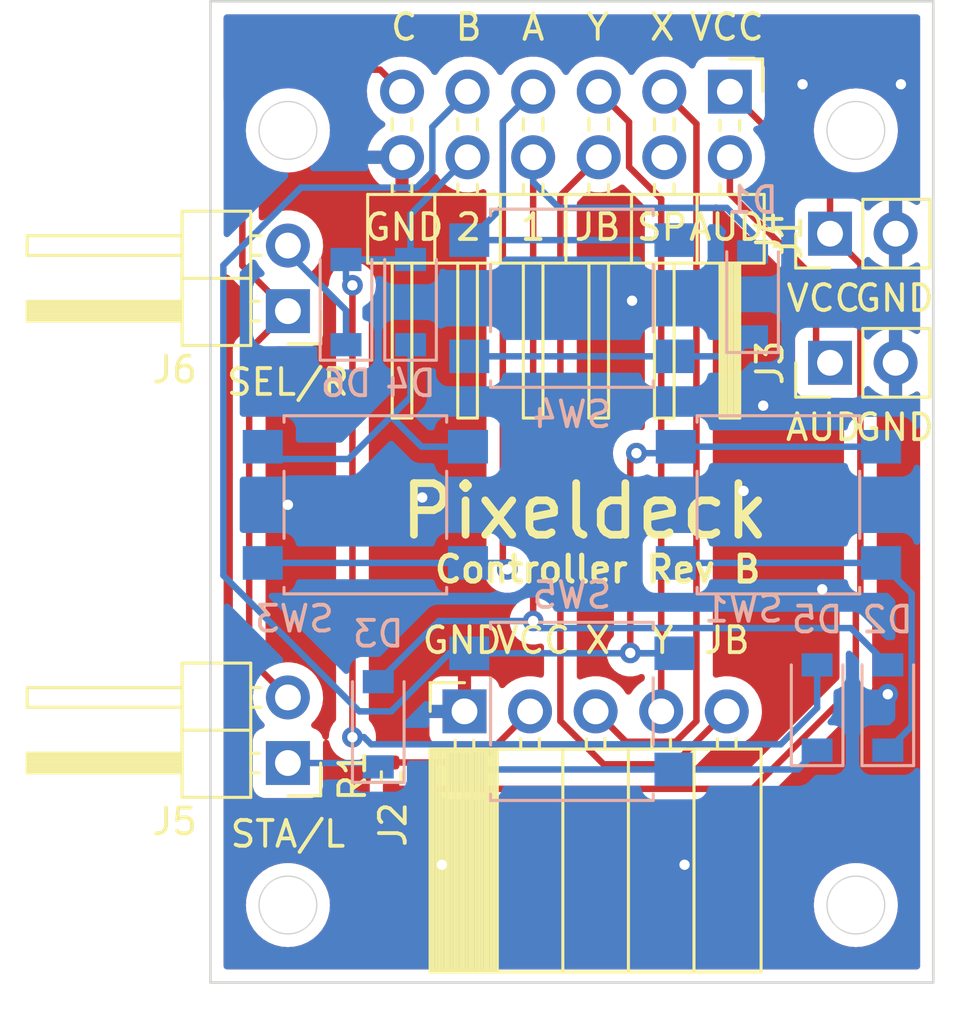
<source format=kicad_pcb>
(kicad_pcb (version 20211014) (generator pcbnew)
  (layers (0 "F.Cu" signal) (31 "B.Cu" signal) (34 "B.Paste" user) (35 "F.Paste" user) (36 "B.SilkS" user "B.Silkscreen") (37 "F.SilkS" user "F.Silkscreen") (38 "B.Mask" user) (39 "F.Mask" user) (44 "Edge.Cuts" user))
  (net 0 "")
  (net 1 "Net-(D1-Pad1)")
  (net 2 "/CON_BM1")
  (net 3 "Net-(D2-Pad1)")
  (net 4 "Net-(D3-Pad1)")
  (net 5 "Net-(D4-Pad1)")
  (net 6 "/CON_BM2")
  (net 7 "Net-(D5-Pad1)")
  (net 8 "Net-(D6-Pad1)")
  (net 9 "GND")
  (net 10 "/CON_BMC")
  (net 11 "/CON_BMB")
  (net 12 "/CON_BMA")
  (net 13 "/CON_JB")
  (net 14 "/CON_Y")
  (net 15 "/CON_X")
  (net 16 "/CON_AUD")
  (net 17 "+3V3")
  (net 18 "Net-(J2-Pad2)")
  (net 19 "/CON_SPEZ")
  (footprint "Connector_PinHeader_2.54mm:PinHeader_2x06_P2.54mm_Horizontal" (layer "F.Cu") (at 120.12 61.5 -90)
    (fp_text reference "J1" (at 5.655 -2.27 90) (layer "F.SilkS"))
    (fp_text value "Conn_02x06_Odd_Even")
    (fp_line (start 6.64 2.16) (end 12.64 2.16) (layer "F.SilkS") (width 0.12))
    (fp_line (start 3.582929 7.24) (end 3.98 7.24) (layer "F.SilkS") (width 0.12))
    (fp_line (start 3.98 -1.33) (end 3.98 14.03) (layer "F.SilkS") (width 0.12))
    (fp_line (start 1.042929 9.78) (end 1.497071 9.78) (layer "F.SilkS") (width 0.12))
    (fp_line (start 12.64 10.54) (end 6.64 10.54) (layer "F.SilkS") (width 0.12))
    (fp_line (start 6.64 9.78) (end 12.64 9.78) (layer "F.SilkS") (width 0.12))
    (fp_line (start 6.64 -0.32) (end 12.64 -0.32) (layer "F.SilkS") (width 0.12))
    (fp_line (start 6.64 14.03) (end 6.64 -1.33) (layer "F.SilkS") (width 0.12))
    (fp_line (start 3.98 14.03) (end 6.64 14.03) (layer "F.SilkS") (width 0.12))
    (fp_line (start 6.64 -0.38) (end 12.64 -0.38) (layer "F.SilkS") (width 0.12))
    (fp_line (start 1.042929 10.54) (end 1.497071 10.54) (layer "F.SilkS") (width 0.12))
    (fp_line (start 1.042929 4.7) (end 1.497071 4.7) (layer "F.SilkS") (width 0.12))
    (fp_line (start 6.64 4.7) (end 12.64 4.7) (layer "F.SilkS") (width 0.12))
    (fp_line (start 1.11 -0.38) (end 1.497071 -0.38) (layer "F.SilkS") (width 0.12))
    (fp_line (start 3.582929 2.16) (end 3.98 2.16) (layer "F.SilkS") (width 0.12))
    (fp_line (start 3.582929 0.38) (end 3.98 0.38) (layer "F.SilkS") (width 0.12))
    (fp_line (start 6.64 12.32) (end 12.64 12.32) (layer "F.SilkS") (width 0.12))
    (fp_line (start 1.042929 5.46) (end 1.497071 5.46) (layer "F.SilkS") (width 0.12))
    (fp_line (start 12.64 9.78) (end 12.64 10.54) (layer "F.SilkS") (width 0.12))
    (fp_line (start 12.64 -0.38) (end 12.64 0.38) (layer "F.SilkS") (width 0.12))
    (fp_line (start 6.64 -0.08) (end 12.64 -0.08) (layer "F.SilkS") (width 0.12))
    (fp_line (start -1.27 -1.27) (end 0 -1.27) (layer "F.SilkS") (width 0.12))
    (fp_line (start 6.64 7.24) (end 12.64 7.24) (layer "F.SilkS") (width 0.12))
    (fp_line (start 3.582929 13.08) (end 3.98 13.08) (layer "F.SilkS") (width 0.12))
    (fp_line (start 3.98 6.35) (end 6.64 6.35) (layer "F.SilkS") (width 0.12))
    (fp_line (start 6.64 -1.33) (end 3.98 -1.33) (layer "F.SilkS") (width 0.12))
    (fp_line (start 12.64 8) (end 6.64 8) (layer "F.SilkS") (width 0.12))
    (fp_line (start 1.042929 2.92) (end 1.497071 2.92) (layer "F.SilkS") (width 0.12))
    (fp_line (start -1.27 0) (end -1.27 -1.27) (layer "F.SilkS") (width 0.12))
    (fp_line (start 3.98 8.89) (end 6.64 8.89) (layer "F.SilkS") (width 0.12))
    (fp_line (start 1.042929 12.32) (end 1.497071 12.32) (layer "F.SilkS") (width 0.12))
    (fp_line (start 3.582929 9.78) (end 3.98 9.78) (layer "F.SilkS") (width 0.12))
    (fp_line (start 3.582929 5.46) (end 3.98 5.46) (layer "F.SilkS") (width 0.12))
    (fp_line (start 6.64 -0.2) (end 12.64 -0.2) (layer "F.SilkS") (width 0.12))
    (fp_line (start 3.582929 -0.38) (end 3.98 -0.38) (layer "F.SilkS") (width 0.12))
    (fp_line (start 1.042929 2.16) (end 1.497071 2.16) (layer "F.SilkS") (width 0.12))
    (fp_line (start 1.042929 8) (end 1.497071 8) (layer "F.SilkS") (width 0.12))
    (fp_line (start 6.64 0.04) (end 12.64 0.04) (layer "F.SilkS") (width 0.12))
    (fp_line (start 12.64 13.08) (end 6.64 13.08) (layer "F.SilkS") (width 0.12))
    (fp_line (start 12.64 2.16) (end 12.64 2.92) (layer "F.SilkS") (width 0.12))
    (fp_line (start 3.582929 4.7) (end 3.98 4.7) (layer "F.SilkS") (width 0.12))
    (fp_line (start 3.98 1.27) (end 6.64 1.27) (layer "F.SilkS") (width 0.12))
    (fp_line (start 12.64 2.92) (end 6.64 2.92) (layer "F.SilkS") (width 0.12))
    (fp_line (start 1.042929 7.24) (end 1.497071 7.24) (layer "F.SilkS") (width 0.12))
    (fp_line (start 3.582929 8) (end 3.98 8) (layer "F.SilkS") (width 0.12))
    (fp_line (start 12.64 4.7) (end 12.64 5.46) (layer "F.SilkS") (width 0.12))
    (fp_line (start 12.64 7.24) (end 12.64 8) (layer "F.SilkS") (width 0.12))
    (fp_line (start 1.11 0.38) (end 1.497071 0.38) (layer "F.SilkS") (width 0.12))
    (fp_line (start 3.582929 2.92) (end 3.98 2.92) (layer "F.SilkS") (width 0.12))
    (fp_line (start 12.64 12.32) (end 12.64 13.08) (layer "F.SilkS") (width 0.12))
    (fp_line (start 6.64 0.28) (end 12.64 0.28) (layer "F.SilkS") (width 0.12))
    (fp_line (start 3.582929 10.54) (end 3.98 10.54) (layer "F.SilkS") (width 0.12))
    (fp_line (start 3.98 11.43) (end 6.64 11.43) (layer "F.SilkS") (width 0.12))
    (fp_line (start 12.64 0.38) (end 6.64 0.38) (layer "F.SilkS") (width 0.12))
    (fp_line (start 1.042929 13.08) (end 1.497071 13.08) (layer "F.SilkS") (width 0.12))
    (fp_line (start 12.64 5.46) (end 6.64 5.46) (layer "F.SilkS") (width 0.12))
    (fp_line (start 3.98 3.81) (end 6.64 3.81) (layer "F.SilkS") (width 0.12))
    (fp_line (start 6.64 0.16) (end 12.64 0.16) (layer "F.SilkS") (width 0.12))
    (fp_line (start 3.582929 12.32) (end 3.98 12.32) (layer "F.SilkS") (width 0.12))
    (pad "1" thru_hole rect locked (at 0 0 270) (size 1.7 1.7) (drill 1) (layers *.Cu *.Mask) (net 17 "+3V3"))
    (pad "2" thru_hole oval locked (at 2.54 0 270) (size 1.7 1.7) (drill 1) (layers *.Cu *.Mask) (net 16 "/CON_AUD"))
    (pad "3" thru_hole oval locked (at 0 2.54 270) (size 1.7 1.7) (drill 1) (layers *.Cu *.Mask) (net 15 "/CON_X"))
    (pad "4" thru_hole oval locked (at 2.54 2.54 270) (size 1.7 1.7) (drill 1) (layers *.Cu *.Mask) (net 19 "/CON_SPEZ"))
    (pad "5" thru_hole oval locked (at 0 5.08 270) (size 1.7 1.7) (drill 1) (layers *.Cu *.Mask) (net 14 "/CON_Y"))
    (pad "6" thru_hole oval locked (at 2.54 5.08 270) (size 1.7 1.7) (drill 1) (layers *.Cu *.Mask) (net 13 "/CON_JB"))
    (pad "7" thru_hole oval locked (at 0 7.62 270) (size 1.7 1.7) (drill 1) (layers *.Cu *.Mask) (net 12 "/CON_BMA"))
    (pad "8" thru_hole oval locked (at 2.54 7.62 270) (size 1.7 1.7) (drill 1) (layers *.Cu *.Mask) (net 2 "/CON_BM1"))
    (pad "9" thru_hole oval locked (at 0 10.16 270) (size 1.7 1.7) (drill 1) (layers *.Cu *.Mask) (net 11 "/CON_BMB"))
    (pad "10" thru_hole oval locked (at 2.54 10.16 270) (size 1.7 1.7) (drill 1) (layers *.Cu *.Mask) (net 6 "/CON_BM2"))
    (pad "11" thru_hole oval locked (at 0 12.7 270) (size 1.7 1.7) (drill 1) (layers *.Cu *.Mask) (net 10 "/CON_BMC"))
    (pad "12" thru_hole oval locked (at 2.54 12.7 270) (size 1.7 1.7) (drill 1) (layers *.Cu *.Mask) (net 9 "GND"))
  )
  (footprint "Connector_PinHeader_2.54mm:PinHeader_1x02_P2.54mm_Vertical" (layer "F.Cu") (at 124 72 90)
    (fp_text reference "J3" (at 0 -2.33 90) (layer "F.SilkS"))
    (fp_text value "Conn_01x02_Male")
    (fp_line (start -1.33 -1.33) (end 0 -1.33) (layer "F.SilkS") (width 0.12))
    (fp_line (start -1.33 1.27) (end -1.33 3.87) (layer "F.SilkS") (width 0.12))
    (fp_line (start -1.33 3.87) (end 1.33 3.87) (layer "F.SilkS") (width 0.12))
    (fp_line (start -1.33 0) (end -1.33 -1.33) (layer "F.SilkS") (width 0.12))
    (fp_line (start -1.33 1.27) (end 1.33 1.27) (layer "F.SilkS") (width 0.12))
    (fp_line (start 1.33 1.27) (end 1.33 3.87) (layer "F.SilkS") (width 0.12))
    (pad "1" thru_hole rect locked (at 0 0 90) (size 1.7 1.7) (drill 1) (layers *.Cu *.Mask) (net 16 "/CON_AUD"))
    (pad "2" thru_hole oval locked (at 0 2.54 90) (size 1.7 1.7) (drill 1) (layers *.Cu *.Mask) (net 9 "GND"))
  )
  (footprint "Connector_PinHeader_2.54mm:PinHeader_1x02_P2.54mm_Vertical" (layer "F.Cu") (at 124 67 90)
    (fp_text reference "J4" (at 0 -2.33 90) (layer "F.SilkS"))
    (fp_text value "Conn_01x02_Male")
    (fp_line (start -1.33 1.27) (end -1.33 3.87) (layer "F.SilkS") (width 0.12))
    (fp_line (start -1.33 1.27) (end 1.33 1.27) (layer "F.SilkS") (width 0.12))
    (fp_line (start -1.33 3.87) (end 1.33 3.87) (layer "F.SilkS") (width 0.12))
    (fp_line (start -1.33 -1.33) (end 0 -1.33) (layer "F.SilkS") (width 0.12))
    (fp_line (start -1.33 0) (end -1.33 -1.33) (layer "F.SilkS") (width 0.12))
    (fp_line (start 1.33 1.27) (end 1.33 3.87) (layer "F.SilkS") (width 0.12))
    (pad "1" thru_hole rect locked (at 0 0 90) (size 1.7 1.7) (drill 1) (layers *.Cu *.Mask) (net 17 "+3V3"))
    (pad "2" thru_hole oval locked (at 0 2.54 90) (size 1.7 1.7) (drill 1) (layers *.Cu *.Mask) (net 9 "GND"))
  )
  (footprint "Connector_PinHeader_2.54mm:PinHeader_1x02_P2.54mm_Horizontal" (layer "F.Cu") (at 103 70 180)
    (fp_text reference "J6" (at 4.385 -2.27) (layer "F.SilkS"))
    (fp_text value "Conn_01x02_Male")
    (fp_line (start 4.1 0.28) (end 10.1 0.28) (layer "F.SilkS") (width 0.12))
    (fp_line (start 1.44 1.27) (end 4.1 1.27) (layer "F.SilkS") (width 0.12))
    (fp_line (start 1.042929 2.92) (end 1.44 2.92) (layer "F.SilkS") (width 0.12))
    (fp_line (start 1.44 -1.33) (end 1.44 3.87) (layer "F.SilkS") (width 0.12))
    (fp_line (start 4.1 3.87) (end 4.1 -1.33) (layer "F.SilkS") (width 0.12))
    (fp_line (start 4.1 -1.33) (end 1.44 -1.33) (layer "F.SilkS") (width 0.12))
    (fp_line (start 10.1 -0.38) (end 10.1 0.38) (layer "F.SilkS") (width 0.12))
    (fp_line (start 4.1 -0.38) (end 10.1 -0.38) (layer "F.SilkS") (width 0.12))
    (fp_line (start 1.11 -0.38) (end 1.44 -0.38) (layer "F.SilkS") (width 0.12))
    (fp_line (start 1.44 3.87) (end 4.1 3.87) (layer "F.SilkS") (width 0.12))
    (fp_line (start 10.1 2.92) (end 4.1 2.92) (layer "F.SilkS") (width 0.12))
    (fp_line (start 4.1 -0.2) (end 10.1 -0.2) (layer "F.SilkS") (width 0.12))
    (fp_line (start 1.042929 2.16) (end 1.44 2.16) (layer "F.SilkS") (width 0.12))
    (fp_line (start -1.27 -1.27) (end 0 -1.27) (layer "F.SilkS") (width 0.12))
    (fp_line (start 4.1 0.16) (end 10.1 0.16) (layer "F.SilkS") (width 0.12))
    (fp_line (start 10.1 2.16) (end 10.1 2.92) (layer "F.SilkS") (width 0.12))
    (fp_line (start 4.1 -0.32) (end 10.1 -0.32) (layer "F.SilkS") (width 0.12))
    (fp_line (start 4.1 -0.08) (end 10.1 -0.08) (layer "F.SilkS") (width 0.12))
    (fp_line (start 4.1 2.16) (end 10.1 2.16) (layer "F.SilkS") (width 0.12))
    (fp_line (start 4.1 0.04) (end 10.1 0.04) (layer "F.SilkS") (width 0.12))
    (fp_line (start -1.27 0) (end -1.27 -1.27) (layer "F.SilkS") (width 0.12))
    (fp_line (start 10.1 0.38) (end 4.1 0.38) (layer "F.SilkS") (width 0.12))
    (fp_line (start 1.11 0.38) (end 1.44 0.38) (layer "F.SilkS") (width 0.12))
    (pad "1" thru_hole rect locked (at 0 0 180) (size 1.7 1.7) (drill 1) (layers *.Cu *.Mask) (net 10 "/CON_BMC"))
    (pad "2" thru_hole oval locked (at 0 2.54 180) (size 1.7 1.7) (drill 1) (layers *.Cu *.Mask) (net 8 "Net-(D6-Pad1)"))
  )
  (footprint "Connector_PinHeader_2.54mm:PinHeader_1x02_P2.54mm_Horizontal" (layer "F.Cu") (at 103 87.5 180)
    (fp_text reference "J5" (at 4.385 -2.27) (layer "F.SilkS"))
    (fp_text value "Conn_01x02_Male")
    (fp_line (start 4.1 -0.38) (end 10.1 -0.38) (layer "F.SilkS") (width 0.12))
    (fp_line (start 4.1 3.87) (end 4.1 -1.33) (layer "F.SilkS") (width 0.12))
    (fp_line (start 10.1 -0.38) (end 10.1 0.38) (layer "F.SilkS") (width 0.12))
    (fp_line (start 4.1 -0.32) (end 10.1 -0.32) (layer "F.SilkS") (width 0.12))
    (fp_line (start 4.1 0.16) (end 10.1 0.16) (layer "F.SilkS") (width 0.12))
    (fp_line (start -1.27 -1.27) (end 0 -1.27) (layer "F.SilkS") (width 0.12))
    (fp_line (start 1.11 -0.38) (end 1.44 -0.38) (layer "F.SilkS") (width 0.12))
    (fp_line (start 1.042929 2.16) (end 1.44 2.16) (layer "F.SilkS") (width 0.12))
    (fp_line (start 4.1 0.04) (end 10.1 0.04) (layer "F.SilkS") (width 0.12))
    (fp_line (start 4.1 -0.2) (end 10.1 -0.2) (layer "F.SilkS") (width 0.12))
    (fp_line (start 10.1 2.92) (end 4.1 2.92) (layer "F.SilkS") (width 0.12))
    (fp_line (start 1.44 3.87) (end 4.1 3.87) (layer "F.SilkS") (width 0.12))
    (fp_line (start 1.44 -1.33) (end 1.44 3.87) (layer "F.SilkS") (width 0.12))
    (fp_line (start 1.44 1.27) (end 4.1 1.27) (layer "F.SilkS") (width 0.12))
    (fp_line (start 4.1 2.16) (end 10.1 2.16) (layer "F.SilkS") (width 0.12))
    (fp_line (start 4.1 0.28) (end 10.1 0.28) (layer "F.SilkS") (width 0.12))
    (fp_line (start 10.1 2.16) (end 10.1 2.92) (layer "F.SilkS") (width 0.12))
    (fp_line (start 1.042929 2.92) (end 1.44 2.92) (layer "F.SilkS") (width 0.12))
    (fp_line (start -1.27 0) (end -1.27 -1.27) (layer "F.SilkS") (width 0.12))
    (fp_line (start 4.1 -0.08) (end 10.1 -0.08) (layer "F.SilkS") (width 0.12))
    (fp_line (start 10.1 0.38) (end 4.1 0.38) (layer "F.SilkS") (width 0.12))
    (fp_line (start 1.11 0.38) (end 1.44 0.38) (layer "F.SilkS") (width 0.12))
    (fp_line (start 4.1 -1.33) (end 1.44 -1.33) (layer "F.SilkS") (width 0.12))
    (pad "1" thru_hole rect locked (at 0 0 180) (size 1.7 1.7) (drill 1) (layers *.Cu *.Mask) (net 4 "Net-(D3-Pad1)"))
    (pad "2" thru_hole oval locked (at 0 2.54 180) (size 1.7 1.7) (drill 1) (layers *.Cu *.Mask) (net 10 "/CON_BMC"))
  )
  (footprint "Resistor_SMD:R_0402_1005Metric" (layer "F.Cu") (at 107 87.99 -90)
    (fp_text reference "R1" (at 0.01 1.5 90) (layer "F.SilkS"))
    (fp_text value "R")
    (fp_line (start -0.153641 -0.38) (end 0.153641 -0.38) (layer "F.SilkS") (width 0.12))
    (fp_line (start -0.153641 0.38) (end 0.153641 0.38) (layer "F.SilkS") (width 0.12))
    (pad "1" smd roundrect locked (at -0.51 0 270) (size 0.54 0.64) (layers "F.Cu" "F.Paste" "F.Mask") (net 18 "Net-(J2-Pad2)"))
    (pad "2" smd roundrect locked (at 0.51 0 270) (size 0.54 0.64) (layers "F.Cu" "F.Paste" "F.Mask") (net 17 "+3V3"))
  )
  (footprint "Connector_PinSocket_2.54mm:PinSocket_1x05_P2.54mm_Horizontal" (layer "F.Cu") (at 109.84 85.5 90)
    (fp_text reference "J2" (at -4.38 -2.77 90) (layer "F.SilkS"))
    (fp_text value "Conn_01x05_Female")
    (fp_line (start -1.46 -0.36) (end -1.11 -0.36) (layer "F.SilkS") (width 0.12))
    (fp_line (start -10.09 -0.147145) (end -1.46 -0.147145) (layer "F.SilkS") (width 0.12))
    (fp_line (start -10.09 0.67952) (end -1.46 0.67952) (layer "F.SilkS") (width 0.12))
    (fp_line (start -1.46 7.26) (end -1.05 7.26) (layer "F.SilkS") (width 0.12))
    (fp_line (start -10.09 1.27) (end -1.46 1.27) (layer "F.SilkS") (width 0.12))
    (fp_line (start -10.09 -1.33) (end -10.09 11.49) (layer "F.SilkS") (width 0.12))
    (fp_line (start -1.46 2.18) (end -1.05 2.18) (layer "F.SilkS") (width 0.12))
    (fp_line (start -10.09 0.089045) (end -1.46 0.089045) (layer "F.SilkS") (width 0.12))
    (fp_line (start -10.09 6.35) (end -1.46 6.35) (layer "F.SilkS") (width 0.12))
    (fp_line (start -1.46 9.8) (end -1.05 9.8) (layer "F.SilkS") (width 0.12))
    (fp_line (start -1.46 4.72) (end -1.05 4.72) (layer "F.SilkS") (width 0.12))
    (fp_line (start -10.09 0.325235) (end -1.46 0.325235) (layer "F.SilkS") (width 0.12))
    (fp_line (start -1.46 10.52) (end -1.05 10.52) (layer "F.SilkS") (width 0.12))
    (fp_line (start -1.46 5.44) (end -1.05 5.44) (layer "F.SilkS") (width 0.12))
    (fp_line (start -1.46 2.9) (end -1.05 2.9) (layer "F.SilkS") (width 0.12))
    (fp_line (start -10.09 -0.26524) (end -1.46 -0.26524) (layer "F.SilkS") (width 0.12))
    (fp_line (start 0 -1.33) (end 1.11 -1.33) (layer "F.SilkS") (width 0.12))
    (fp_line (start -10.09 -1.091905) (end -1.46 -1.091905) (layer "F.SilkS") (width 0.12))
    (fp_line (start -1.46 0.36) (end -1.11 0.36) (layer "F.SilkS") (width 0.12))
    (fp_line (start -1.46 7.98) (end -1.05 7.98) (layer "F.SilkS") (width 0.12))
    (fp_line (start -10.09 -1.33) (end -1.46 -1.33) (layer "F.SilkS") (width 0.12))
    (fp_line (start -10.09 3.81) (end -1.46 3.81) (layer "F.SilkS") (width 0.12))
    (fp_line (start -10.09 0.561425) (end -1.46 0.561425) (layer "F.SilkS") (width 0.12))
    (fp_line (start -10.09 -0.02905) (end -1.46 -0.02905) (layer "F.SilkS") (width 0.12))
    (fp_line (start -10.09 -0.383335) (end -1.46 -0.383335) (layer "F.SilkS") (width 0.12))
    (fp_line (start -10.09 -1.21) (end -1.46 -1.21) (layer "F.SilkS") (width 0.12))
    (fp_line (start -10.09 1.033805) (end -1.46 1.033805) (layer "F.SilkS") (width 0.12))
    (fp_line (start -10.09 0.91571) (end -1.46 0.91571) (layer "F.SilkS") (width 0.12))
    (fp_line (start -10.09 0.44333) (end -1.46 0.44333) (layer "F.SilkS") (width 0.12))
    (fp_line (start -10.09 -0.855715) (end -1.46 -0.855715) (layer "F.SilkS") (width 0.12))
    (fp_line (start -10.09 -0.97381) (end -1.46 -0.97381) (layer "F.SilkS") (width 0.12))
    (fp_line (start -10.09 0.797615) (end -1.46 0.797615) (layer "F.SilkS") (width 0.12))
    (fp_line (start -10.09 -0.619525) (end -1.46 -0.619525) (layer "F.SilkS") (width 0.12))
    (fp_line (start 1.11 -1.33) (end 1.11 0) (layer "F.SilkS") (width 0.12))
    (fp_line (start -10.09 -0.73762) (end -1.46 -0.73762) (layer "F.SilkS") (width 0.12))
    (fp_line (start -10.09 8.89) (end -1.46 8.89) (layer "F.SilkS") (width 0.12))
    (fp_line (start -10.09 0.20714) (end -1.46 0.20714) (layer "F.SilkS") (width 0.12))
    (fp_line (start -10.09 1.1519) (end -1.46 1.1519) (layer "F.SilkS") (width 0.12))
    (fp_line (start -10.09 -0.50143) (end -1.46 -0.50143) (layer "F.SilkS") (width 0.12))
    (fp_line (start -1.46 -1.33) (end -1.46 11.49) (layer "F.SilkS") (width 0.12))
    (fp_line (start -10.09 11.49) (end -1.46 11.49) (layer "F.SilkS") (width 0.12))
    (pad "1" thru_hole rect locked (at 0 0 90) (size 1.7 1.7) (drill 1) (layers *.Cu *.Mask) (net 9 "GND"))
    (pad "2" thru_hole oval locked (at 0 2.54 90) (size 1.7 1.7) (drill 1) (layers *.Cu *.Mask) (net 18 "Net-(J2-Pad2)"))
    (pad "3" thru_hole oval locked (at 0 5.08 90) (size 1.7 1.7) (drill 1) (layers *.Cu *.Mask) (net 15 "/CON_X"))
    (pad "4" thru_hole oval locked (at 0 7.62 90) (size 1.7 1.7) (drill 1) (layers *.Cu *.Mask) (net 14 "/CON_Y"))
    (pad "5" thru_hole oval locked (at 0 10.16 90) (size 1.7 1.7) (drill 1) (layers *.Cu *.Mask) (net 13 "/CON_JB"))
  )
  (footprint "Diode_SMD:D_SOD-123" (layer "B.Cu") (at 126.238 85.35 90)
    (fp_text reference "D2" (at 3.4 -0.012) (layer "B.SilkS") (effects (justify mirror)))
    (fp_text value "D")
    (fp_line (start -2.25 1) (end -2.25 -1) (layer "B.SilkS") (width 0.12))
    (fp_line (start -2.25 1) (end 1.65 1) (layer "B.SilkS") (width 0.12))
    (fp_line (start -2.25 -1) (end 1.65 -1) (layer "B.SilkS") (width 0.12))
    (pad "1" smd rect locked (at -1.65 0 90) (size 0.9 1.2) (layers "B.Cu" "B.Paste" "B.Mask") (net 3 "Net-(D2-Pad1)"))
    (pad "2" smd rect locked (at 1.65 0 90) (size 0.9 1.2) (layers "B.Cu" "B.Paste" "B.Mask") (net 2 "/CON_BM1"))
  )
  (footprint "Diode_SMD:D_SOD-123" (layer "B.Cu") (at 106.5 86 90)
    (fp_text reference "D3" (at 3.5 0) (layer "B.SilkS") (effects (justify mirror)))
    (fp_text value "D")
    (fp_line (start -2.25 -1) (end 1.65 -1) (layer "B.SilkS") (width 0.12))
    (fp_line (start -2.25 1) (end 1.65 1) (layer "B.SilkS") (width 0.12))
    (fp_line (start -2.25 1) (end -2.25 -1) (layer "B.SilkS") (width 0.12))
    (pad "1" smd rect locked (at -1.65 0 90) (size 0.9 1.2) (layers "B.Cu" "B.Paste" "B.Mask") (net 4 "Net-(D3-Pad1)"))
    (pad "2" smd rect locked (at 1.65 0 90) (size 0.9 1.2) (layers "B.Cu" "B.Paste" "B.Mask") (net 2 "/CON_BM1"))
  )
  (footprint "Diode_SMD:D_SOD-123" (layer "B.Cu") (at 107.75 69.65 90)
    (fp_text reference "D4" (at -3.15 0) (layer "B.SilkS") (effects (justify mirror)))
    (fp_text value "D")
    (fp_line (start -2.25 1) (end -2.25 -1) (layer "B.SilkS") (width 0.12))
    (fp_line (start -2.25 -1) (end 1.65 -1) (layer "B.SilkS") (width 0.12))
    (fp_line (start -2.25 1) (end 1.65 1) (layer "B.SilkS") (width 0.12))
    (pad "1" smd rect locked (at -1.65 0 90) (size 0.9 1.2) (layers "B.Cu" "B.Paste" "B.Mask") (net 5 "Net-(D4-Pad1)"))
    (pad "2" smd rect locked (at 1.65 0 90) (size 0.9 1.2) (layers "B.Cu" "B.Paste" "B.Mask") (net 6 "/CON_BM2"))
  )
  (footprint "Diode_SMD:D_SOD-123" (layer "B.Cu") (at 105.25 69.65 90)
    (fp_text reference "D6" (at -3.15 0) (layer "B.SilkS") (effects (justify mirror)))
    (fp_text value "D")
    (fp_line (start -2.25 1) (end 1.65 1) (layer "B.SilkS") (width 0.12))
    (fp_line (start -2.25 -1) (end 1.65 -1) (layer "B.SilkS") (width 0.12))
    (fp_line (start -2.25 1) (end -2.25 -1) (layer "B.SilkS") (width 0.12))
    (pad "1" smd rect locked (at -1.65 0 90) (size 0.9 1.2) (layers "B.Cu" "B.Paste" "B.Mask") (net 8 "Net-(D6-Pad1)"))
    (pad "2" smd rect locked (at 1.65 0 90) (size 0.9 1.2) (layers "B.Cu" "B.Paste" "B.Mask") (net 6 "/CON_BM2"))
  )
  (footprint "Button_Switch_SMD:SW_SPST_B3S-1000" (layer "B.Cu") (at 122 77.5)
    (fp_text reference "SW1" (at -1.35 4.034) (layer "B.SilkS") (effects (justify mirror)))
    (fp_text value "SW_SPST")
    (fp_line (start 3.15 1.3) (end 3.15 -1.3) (layer "B.SilkS") (width 0.12))
    (fp_line (start 3.15 -3.2) (end 3.15 -3.45) (layer "B.SilkS") (width 0.12))
    (fp_line (start -3.15 -3.45) (end -3.15 -3.2) (layer "B.SilkS") (width 0.12))
    (fp_line (start -3.15 3.45) (end 3.15 3.45) (layer "B.SilkS") (width 0.12))
    (fp_line (start 3.15 -3.45) (end -3.15 -3.45) (layer "B.SilkS") (width 0.12))
    (fp_line (start 3.15 3.45) (end 3.15 3.2) (layer "B.SilkS") (width 0.12))
    (fp_line (start -3.15 -1.3) (end -3.15 1.3) (layer "B.SilkS") (width 0.12))
    (fp_line (start -3.15 3.2) (end -3.15 3.45) (layer "B.SilkS") (width 0.12))
    (pad "1" smd rect locked (at 3.975 2.25) (size 1.55 1.3) (layers "B.Cu" "B.Paste" "B.Mask") (net 3 "Net-(D2-Pad1)"))
    (pad "1" smd rect locked (at -3.975 2.25) (size 1.55 1.3) (layers "B.Cu" "B.Paste" "B.Mask") (net 3 "Net-(D2-Pad1)"))
    (pad "2" smd rect locked (at -3.975 -2.25) (size 1.55 1.3) (layers "B.Cu" "B.Paste" "B.Mask") (net 11 "/CON_BMB"))
    (pad "2" smd rect locked (at 3.975 -2.25) (size 1.55 1.3) (layers "B.Cu" "B.Paste" "B.Mask") (net 11 "/CON_BMB"))
  )
  (footprint "Button_Switch_SMD:SW_SPST_B3S-1000" (layer "B.Cu") (at 106 77.5)
    (fp_text reference "SW3" (at -2.749 4.415) (layer "B.SilkS") (effects (justify mirror)))
    (fp_text value "SW_SPST")
    (fp_line (start 3.15 -3.2) (end 3.15 -3.45) (layer "B.SilkS") (width 0.12))
    (fp_line (start 3.15 -3.45) (end -3.15 -3.45) (layer "B.SilkS") (width 0.12))
    (fp_line (start -3.15 -3.45) (end -3.15 -3.2) (layer "B.SilkS") (width 0.12))
    (fp_line (start -3.15 -1.3) (end -3.15 1.3) (layer "B.SilkS") (width 0.12))
    (fp_line (start 3.15 3.45) (end 3.15 3.2) (layer "B.SilkS") (width 0.12))
    (fp_line (start -3.15 3.2) (end -3.15 3.45) (layer "B.SilkS") (width 0.12))
    (fp_line (start -3.15 3.45) (end 3.15 3.45) (layer "B.SilkS") (width 0.12))
    (fp_line (start 3.15 1.3) (end 3.15 -1.3) (layer "B.SilkS") (width 0.12))
    (pad "1" smd rect locked (at 3.975 2.25) (size 1.55 1.3) (layers "B.Cu" "B.Paste" "B.Mask") (net 12 "/CON_BMA"))
    (pad "1" smd rect locked (at -3.975 2.25) (size 1.55 1.3) (layers "B.Cu" "B.Paste" "B.Mask") (net 12 "/CON_BMA"))
    (pad "2" smd rect locked (at 3.975 -2.25) (size 1.55 1.3) (layers "B.Cu" "B.Paste" "B.Mask") (net 5 "Net-(D4-Pad1)"))
    (pad "2" smd rect locked (at -3.975 -2.25) (size 1.55 1.3) (layers "B.Cu" "B.Paste" "B.Mask") (net 5 "Net-(D4-Pad1)"))
  )
  (footprint "Button_Switch_SMD:SW_SPST_B3S-1000" (layer "B.Cu") (at 114 69.5)
    (fp_text reference "SW4" (at 0 4.5) (layer "B.SilkS") (effects (justify mirror)))
    (fp_text value "SW_SPST")
    (fp_line (start 3.15 -3.45) (end -3.15 -3.45) (layer "B.SilkS") (width 0.12))
    (fp_line (start 3.15 -3.2) (end 3.15 -3.45) (layer "B.SilkS") (width 0.12))
    (fp_line (start -3.15 3.45) (end 3.15 3.45) (layer "B.SilkS") (width 0.12))
    (fp_line (start -3.15 -3.45) (end -3.15 -3.2) (layer "B.SilkS") (width 0.12))
    (fp_line (start -3.15 3.2) (end -3.15 3.45) (layer "B.SilkS") (width 0.12))
    (fp_line (start -3.15 -1.3) (end -3.15 1.3) (layer "B.SilkS") (width 0.12))
    (fp_line (start 3.15 1.3) (end 3.15 -1.3) (layer "B.SilkS") (width 0.12))
    (fp_line (start 3.15 3.45) (end 3.15 3.2) (layer "B.SilkS") (width 0.12))
    (pad "1" smd rect locked (at -3.975 2.25) (size 1.55 1.3) (layers "B.Cu" "B.Paste" "B.Mask") (net 1 "Net-(D1-Pad1)"))
    (pad "1" smd rect locked (at 3.975 2.25) (size 1.55 1.3) (layers "B.Cu" "B.Paste" "B.Mask") (net 1 "Net-(D1-Pad1)"))
    (pad "2" smd rect locked (at 3.975 -2.25) (size 1.55 1.3) (layers "B.Cu" "B.Paste" "B.Mask") (net 12 "/CON_BMA"))
    (pad "2" smd rect locked (at -3.975 -2.25) (size 1.55 1.3) (layers "B.Cu" "B.Paste" "B.Mask") (net 12 "/CON_BMA"))
  )
  (footprint "Button_Switch_SMD:SW_SPST_B3S-1000" (layer "B.Cu") (at 114 85.5 180)
    (fp_text reference "SW5" (at 0 4.5) (layer "B.SilkS") (effects (justify mirror)))
    (fp_text value "SW_SPST")
    (fp_line (start -3.15 3.2) (end -3.15 3.45) (layer "B.SilkS") (width 0.12))
    (fp_line (start -3.15 -1.3) (end -3.15 1.3) (layer "B.SilkS") (width 0.12))
    (fp_line (start 3.15 -3.45) (end -3.15 -3.45) (layer "B.SilkS") (width 0.12))
    (fp_line (start -3.15 -3.45) (end -3.15 -3.2) (layer "B.SilkS") (width 0.12))
    (fp_line (start 3.15 3.45) (end 3.15 3.2) (layer "B.SilkS") (width 0.12))
    (fp_line (start -3.15 3.45) (end 3.15 3.45) (layer "B.SilkS") (width 0.12))
    (fp_line (start 3.15 -3.2) (end 3.15 -3.45) (layer "B.SilkS") (width 0.12))
    (fp_line (start 3.15 1.3) (end 3.15 -1.3) (layer "B.SilkS") (width 0.12))
    (pad "1" smd rect locked (at 3.975 2.25 180) (size 1.55 1.3) (layers "B.Cu" "B.Paste" "B.Mask") (net 11 "/CON_BMB"))
    (pad "1" smd rect locked (at -3.975 2.25 180) (size 1.55 1.3) (layers "B.Cu" "B.Paste" "B.Mask") (net 11 "/CON_BMB"))
    (pad "2" smd rect locked (at -3.975 -2.25 180) (size 1.55 1.3) (layers "B.Cu" "B.Paste" "B.Mask") (net 7 "Net-(D5-Pad1)"))
    (pad "2" smd rect locked (at 3.975 -2.25 180) (size 1.55 1.3) (layers "B.Cu" "B.Paste" "B.Mask") (net 7 "Net-(D5-Pad1)"))
  )
  (footprint "Diode_SMD:D_SOD-123" (layer "B.Cu") (at 121 69.35 90)
    (fp_text reference "D1" (at 3.65 0) (layer "B.SilkS") (effects (justify mirror)))
    (fp_text value "D")
    (fp_line (start -2.25 1) (end -2.25 -1) (layer "B.SilkS") (width 0.12))
    (fp_line (start -2.25 1) (end 1.65 1) (layer "B.SilkS") (width 0.12))
    (fp_line (start -2.25 -1) (end 1.65 -1) (layer "B.SilkS") (width 0.12))
    (pad "1" smd rect locked (at -1.65 0 90) (size 0.9 1.2) (layers "B.Cu" "B.Paste" "B.Mask") (net 1 "Net-(D1-Pad1)"))
    (pad "2" smd rect locked (at 1.65 0 90) (size 0.9 1.2) (layers "B.Cu" "B.Paste" "B.Mask") (net 2 "/CON_BM1"))
  )
  (footprint "Diode_SMD:D_SOD-123" (layer "B.Cu") (at 123.5 85.35 90)
    (fp_text reference "D5" (at 3.4 0) (layer "B.SilkS") (effects (justify mirror)))
    (fp_text value "D")
    (fp_line (start -2.25 1) (end 1.65 1) (layer "B.SilkS") (width 0.12))
    (fp_line (start -2.25 1) (end -2.25 -1) (layer "B.SilkS") (width 0.12))
    (fp_line (start -2.25 -1) (end 1.65 -1) (layer "B.SilkS") (width 0.12))
    (pad "1" smd rect locked (at -1.65 0 90) (size 0.9 1.2) (layers "B.Cu" "B.Paste" "B.Mask") (net 7 "Net-(D5-Pad1)"))
    (pad "2" smd rect locked (at 1.65 0 90) (size 0.9 1.2) (layers "B.Cu" "B.Paste" "B.Mask") (net 6 "/CON_BM2"))
  )
  (gr_line (start 100 96) (end 100 58) (layer "Edge.Cuts") (width 0.1))
  (gr_circle (center 103 93) (end 104 92.5) (layer "Edge.Cuts") (width 0.05) (fill none))
  (gr_line (start 128 96) (end 100 96) (layer "Edge.Cuts") (width 0.1))
  (gr_circle (center 103 63) (end 104 63.5) (layer "Edge.Cuts") (width 0.05) (fill none))
  (gr_line (start 100 58) (end 128 58) (layer "Edge.Cuts") (width 0.1))
  (gr_circle (center 125 93) (end 124 92.5) (layer "Edge.Cuts") (width 0.05) (fill none))
  (gr_circle (center 125 63) (end 126 63.5) (layer "Edge.Cuts") (width 0.05) (fill none))
  (gr_line (start 128 58) (end 128 96) (layer "Edge.Cuts") (width 0.1))
  (gr_text "Pixeldeck" (at 114.5 77.75) (layer "F.SilkS") (effects (font (size 2 2) (thickness 0.3))))
  (gr_text "B" (at 110 59) (layer "F.SilkS") (effects (font (size 1 1))))
  (gr_text "Y" (at 117.5 82.75) (layer "F.SilkS") (effects (font (size 1 1))))
  (gr_text "C" (at 107.5 59) (layer "F.SilkS") (effects (font (size 1 1))))
  (gr_text "JB" (at 120 82.75) (layer "F.SilkS") (effects (font (size 1 1))))
  (gr_text "GND" (at 107.5 66.75) (layer "F.SilkS") (effects (font (size 1 1))))
  (gr_text "AUD" (at 120 66.75) (layer "F.SilkS") (effects (font (size 1 1))))
  (gr_text "X" (at 115 82.75) (layer "F.SilkS") (effects (font (size 1 1))))
  (gr_text "SEL/R" (at 103 72.75) (layer "F.SilkS") (effects (font (size 1 1))))
  (gr_text "1" (at 112.5 66.75) (layer "F.SilkS") (effects (font (size 1 1))))
  (gr_text "2" (at 110 66.75) (layer "F.SilkS") (effects (font (size 1 1))))
  (gr_text "GND" (at 126.5 69.5) (layer "F.SilkS") (effects (font (size 1 1))))
  (gr_text "STA/L" (at 103 90.25) (layer "F.SilkS") (effects (font (size 1 1))))
  (gr_text "A" (at 112.5 59) (layer "F.SilkS") (effects (font (size 1 1))))
  (gr_text "VCC" (at 123.75 69.5) (layer "F.SilkS") (effects (font (size 1 1))))
  (gr_text "VCC" (at 112.5 82.75) (layer "F.SilkS") (effects (font (size 1 1))))
  (gr_text "GND" (at 126.5 74.5) (layer "F.SilkS") (effects (font (size 1 1))))
  (gr_text "VCC" (at 120 59) (layer "F.SilkS") (effects (font (size 1 1))))
  (gr_text "Controller Rev B" (at 115 80) (layer "F.SilkS") (effects (font (size 1 1) (thickness 0.2))))
  (gr_text "SP" (at 117.5 66.75) (layer "F.SilkS") (effects (font (size 1 1))))
  (gr_text "X" (at 117.5 59) (layer "F.SilkS") (effects (font (size 1 1))))
  (gr_text "AUD" (at 123.75 74.5) (layer "F.SilkS") (effects (font (size 1 1))))
  (gr_text "Y" (at 115 59) (layer "F.SilkS") (effects (font (size 1 1))))
  (gr_text "JB" (at 115 66.75) (layer "F.SilkS") (effects (font (size 1 1))))
  (gr_text "GND" (at 109.75 82.75) (layer "F.SilkS") (effects (font (size 1 1))))
  (segment (start 120.25 71.75) (end 121 71) (width 0.25) (layer "B.Cu") (net 1))
  (segment (start 110.025 71.75) (end 117.975 71.75) (width 0.25) (layer "B.Cu") (net 1))
  (segment (start 117.975 71.75) (end 120.25 71.75) (width 0.25) (layer "B.Cu") (net 1))
  (segment (start 112.5 64.04) (end 112.5 79) (width 0.25) (layer "F.Cu") (net 2))
  (segment (start 112.5 79) (end 112.5 82) (width 0.25) (layer "F.Cu") (net 2))
  (via (at 112.5 82) (size 0.8) (drill 0.4) (layers "F.Cu" "B.Cu") (net 2))
  (segment (start 108.85 82) (end 106.5 84.35) (width 0.25) (layer "B.Cu") (net 2))
  (segment (start 112.5 82) (end 108.85 82) (width 0.25) (layer "B.Cu") (net 2))
  (segment (start 112.5 65) (end 112.5 64.04) (width 0.25) (layer "B.Cu") (net 2))
  (segment (start 126.238 83.7) (end 124.812999 82.274999) (width 0.25) (layer "B.Cu") (net 2))
  (segment (start 113.5 66) (end 112.5 65) (width 0.25) (layer "B.Cu") (net 2))
  (segment (start 121 67.7) (end 121 67) (width 0.25) (layer "B.Cu") (net 2))
  (segment (start 121 67) (end 120 66) (width 0.25) (layer "B.Cu") (net 2))
  (segment (start 112.774999 82.274999) (end 112.5 82) (width 0.25) (layer "B.Cu") (net 2))
  (segment (start 124.812999 82.274999) (end 112.774999 82.274999) (width 0.25) (layer "B.Cu") (net 2))
  (segment (start 120 66) (end 113.5 66) (width 0.25) (layer "B.Cu") (net 2))
  (segment (start 118.025 79.75) (end 120.39 79.75) (width 0.25) (layer "B.Cu") (net 3))
  (segment (start 126.238 87) (end 127.163001 86.074999) (width 0.25) (layer "B.Cu") (net 3))
  (segment (start 125.975 79.75) (end 120.39 79.75) (width 0.25) (layer "B.Cu") (net 3))
  (segment (start 126.238 80.013) (end 125.975 79.75) (width 0.25) (layer "B.Cu") (net 3))
  (segment (start 127.163001 80.938001) (end 125.975 79.75) (width 0.25) (layer "B.Cu") (net 3))
  (segment (start 120.39 79.75) (end 120.4 79.75) (width 0.25) (layer "B.Cu") (net 3))
  (segment (start 127.163001 86.074999) (end 127.163001 80.938001) (width 0.25) (layer "B.Cu") (net 3))
  (segment (start 106.35 87.5) (end 106.5 87.65) (width 0.25) (layer "B.Cu") (net 4))
  (segment (start 103 87.5) (end 106.35 87.5) (width 0.25) (layer "B.Cu") (net 4))
  (segment (start 102.500001 75.725001) (end 102.025 75.25) (width 0.25) (layer "B.Cu") (net 5))
  (segment (start 108.176998 75.25) (end 107 74.073002) (width 0.25) (layer "B.Cu") (net 5))
  (segment (start 107.75 71.3) (end 107.75 73.323002) (width 0.25) (layer "B.Cu") (net 5))
  (segment (start 107 74.073002) (end 105.348001 75.725001) (width 0.25) (layer "B.Cu") (net 5))
  (segment (start 107.75 73.323002) (end 107 74.073002) (width 0.25) (layer "B.Cu") (net 5))
  (segment (start 105.348001 75.725001) (end 102.500001 75.725001) (width 0.25) (layer "B.Cu") (net 5))
  (segment (start 109.975 75.25) (end 108.176998 75.25) (width 0.25) (layer "B.Cu") (net 5))
  (segment (start 105.5 86.5) (end 105.5 78) (width 0.25) (layer "F.Cu") (net 6))
  (segment (start 105.5 69) (end 105.5 78) (width 0.25) (layer "F.Cu") (net 6))
  (via (at 105.5 69) (size 0.8) (drill 0.4) (layers "F.Cu" "B.Cu") (net 6))
  (via (at 105.5 86.5) (size 0.8) (drill 0.4) (layers "F.Cu" "B.Cu") (net 6))
  (segment (start 107.75 68) (end 105.25 68) (width 0.25) (layer "B.Cu") (net 6))
  (segment (start 123.5 83.7) (end 123.5 85.364998) (width 0.25) (layer "B.Cu") (net 6))
  (segment (start 105.25 68.75) (end 105.5 69) (width 0.25) (layer "B.Cu") (net 6))
  (segment (start 123.5 85.364998) (end 122.089999 86.774999) (width 0.25) (layer "B.Cu") (net 6))
  (segment (start 106.225001 86.774999) (end 105.950002 86.5) (width 0.25) (layer "B.Cu") (net 6))
  (segment (start 107.75 66.25) (end 107.75 68) (width 0.25) (layer "B.Cu") (net 6))
  (segment (start 122.089999 86.774999) (end 106.225001 86.774999) (width 0.25) (layer "B.Cu") (net 6))
  (segment (start 105.25 68) (end 105.25 68.75) (width 0.25) (layer "B.Cu") (net 6))
  (segment (start 109.96 64.04) (end 107.75 66.25) (width 0.25) (layer "B.Cu") (net 6))
  (segment (start 105.950002 86.5) (end 105.5 86.5) (width 0.25) (layer "B.Cu") (net 6))
  (segment (start 117.975 87.75) (end 110.025 87.75) (width 0.25) (layer "B.Cu") (net 7))
  (segment (start 122.75 87.75) (end 123.5 87) (width 0.25) (layer "B.Cu") (net 7))
  (segment (start 118.150001 87.925001) (end 117.975 87.75) (width 0.25) (layer "B.Cu") (net 7))
  (segment (start 117.975 87.75) (end 122.75 87.75) (width 0.25) (layer "B.Cu") (net 7))
  (segment (start 103 67.714998) (end 103 67.46) (width 0.25) (layer "B.Cu") (net 8))
  (segment (start 105.25 71.3) (end 105.25 69.964998) (width 0.25) (layer "B.Cu") (net 8))
  (segment (start 105.25 69.964998) (end 103 67.714998) (width 0.25) (layer "B.Cu") (net 8))
  (segment (start 110.5 85.46) (end 110.46 85.5) (width 0.25) (layer "F.Cu") (net 9))
  (via (at 108.966 91.44) (size 0.8) (drill 0.4) (layers "F.Cu" "B.Cu") (net 9))
  (via (at 122.936 61.214) (size 0.8) (drill 0.4) (layers "F.Cu" "B.Cu") (net 9))
  (via (at 118.364 91.44) (size 0.8) (drill 0.4) (layers "F.Cu" "B.Cu") (net 9))
  (via (at 121.412 73.66) (size 0.8) (drill 0.4) (layers "F.Cu" "B.Cu") (net 9))
  (via (at 103 77.5) (size 0.8) (drill 0.4) (layers "F.Cu" "B.Cu") (net 9))
  (via (at 108.204 77.216) (size 0.8) (drill 0.4) (layers "F.Cu" "B.Cu") (net 9))
  (via (at 123.698 80.772) (size 0.8) (drill 0.4) (layers "F.Cu" "B.Cu") (net 9))
  (via (at 120.65 76.962) (size 0.8) (drill 0.4) (layers "F.Cu" "B.Cu") (net 9))
  (via (at 126.746 61.214) (size 0.8) (drill 0.4) (layers "F.Cu" "B.Cu") (net 9))
  (via (at 116.332 69.596) (size 0.8) (drill 0.4) (layers "F.Cu" "B.Cu") (net 9))
  (via (at 126.238 84.836) (size 0.8) (drill 0.4) (layers "F.Cu" "B.Cu") (net 9))
  (segment (start 101.5 71.5) (end 103 70) (width 0.25) (layer "F.Cu") (net 10))
  (segment (start 101.5 83.46) (end 101.5 71.5) (width 0.25) (layer "F.Cu") (net 10))
  (segment (start 103 84.96) (end 101.5 83.46) (width 0.25) (layer "F.Cu") (net 10))
  (segment (start 102.851055 60.650001) (end 101.235098 62.265958) (width 0.25) (layer "F.Cu") (net 10))
  (segment (start 107.42 61.5) (end 106.570001 60.650001) (width 0.25) (layer "F.Cu") (net 10))
  (segment (start 106.570001 60.650001) (end 102.851055 60.650001) (width 0.25) (layer "F.Cu") (net 10))
  (segment (start 101.235098 68.235098) (end 103 70) (width 0.25) (layer "F.Cu") (net 10))
  (segment (start 101.235098 62.265958) (end 101.235098 68.235098) (width 0.25) (layer "F.Cu") (net 10))
  (segment (start 116.262653 83.237347) (end 116.262653 75.737347) (width 0.25) (layer "F.Cu") (net 11))
  (segment (start 116.262653 75.737347) (end 116.5 75.5) (width 0.25) (layer "F.Cu") (net 11))
  (via (at 116.5 75.5) (size 0.8) (drill 0.4) (layers "F.Cu" "B.Cu") (net 11))
  (via (at 116.262653 83.237347) (size 0.8) (drill 0.4) (layers "F.Cu" "B.Cu") (net 11))
  (segment (start 103.505997 65.215001) (end 107.984001 65.215001) (width 0.25) (layer "B.Cu") (net 11))
  (segment (start 110.025 83.25) (end 117.975 83.25) (width 0.25) (layer "B.Cu") (net 11))
  (segment (start 116.5 75.5) (end 117.775 75.5) (width 0.25) (layer "B.Cu") (net 11))
  (segment (start 107 85.5) (end 105.764998 85.5) (width 0.25) (layer "B.Cu") (net 11))
  (segment (start 100.5 68.220998) (end 103.505997 65.215001) (width 0.25) (layer "B.Cu") (net 11))
  (segment (start 117.775 75.5) (end 118.025 75.25) (width 0.25) (layer "B.Cu") (net 11))
  (segment (start 118.025 75.25) (end 125.975 75.25) (width 0.25) (layer "B.Cu") (net 11))
  (segment (start 116.275306 83.25) (end 116.262653 83.237347) (width 0.25) (layer "B.Cu") (net 11))
  (segment (start 108.595001 64.604001) (end 108.595001 62.864999) (width 0.25) (layer "B.Cu") (net 11))
  (segment (start 117.975 83.25) (end 116.275306 83.25) (width 0.25) (layer "B.Cu") (net 11))
  (segment (start 100.5 80.235002) (end 100.5 68.220998) (width 0.25) (layer "B.Cu") (net 11))
  (segment (start 108.595001 62.864999) (end 109.96 61.5) (width 0.25) (layer "B.Cu") (net 11))
  (segment (start 105.764998 85.5) (end 100.5 80.235002) (width 0.25) (layer "B.Cu") (net 11))
  (segment (start 107.984001 65.215001) (end 108.595001 64.604001) (width 0.25) (layer "B.Cu") (net 11))
  (segment (start 110.025 83.25) (end 109.25 83.25) (width 0.25) (layer "B.Cu") (net 11))
  (segment (start 109.25 83.25) (end 107 85.5) (width 0.25) (layer "B.Cu") (net 11))
  (segment (start 111.5 80) (end 111.324999 79.824999) (width 0.25) (layer "F.Cu") (net 12))
  (segment (start 111.324999 62.675001) (end 112.5 61.5) (width 0.25) (layer "F.Cu") (net 12))
  (segment (start 111.324999 79.824999) (end 111.324999 62.675001) (width 0.25) (layer "F.Cu") (net 12))
  (via (at 111.5 80) (size 0.8) (drill 0.4) (layers "F.Cu" "B.Cu") (net 12))
  (segment (start 111.324999 65.950001) (end 111.324999 62.675001) (width 0.25) (layer "B.Cu") (net 12))
  (segment (start 109.975 79.75) (end 102.025 79.75) (width 0.25) (layer "B.Cu") (net 12))
  (segment (start 117.975 67.25) (end 110.025 67.25) (width 0.25) (layer "B.Cu") (net 12))
  (segment (start 109.975 79.75) (end 111.25 79.75) (width 0.25) (layer "B.Cu") (net 12))
  (segment (start 111.25 79.75) (end 111.5 80) (width 0.25) (layer "B.Cu") (net 12))
  (segment (start 110.025 67.25) (end 111.324999 65.950001) (width 0.25) (layer "B.Cu") (net 12))
  (segment (start 111.324999 62.675001) (end 112.5 61.5) (width 0.25) (layer "B.Cu") (net 12))
  (segment (start 117.95001 87.54999) (end 115.230988 87.54999) (width 0.25) (layer "F.Cu") (net 13))
  (segment (start 113.555001 85.874003) (end 113.555001 65.524999) (width 0.25) (layer "F.Cu") (net 13))
  (segment (start 115.230988 87.54999) (end 113.555001 85.874003) (width 0.25) (layer "F.Cu") (net 13))
  (segment (start 113.555001 65.524999) (end 115.04 64.04) (width 0.25) (layer "F.Cu") (net 13))
  (segment (start 120 85.5) (end 117.95001 87.54999) (width 0.25) (layer "F.Cu") (net 13))
  (segment (start 116.215001 64.414003) (end 116.215001 62.675001) (width 0.25) (layer "F.Cu") (net 14))
  (segment (start 117.46 85.5) (end 117.46 65.659002) (width 0.25) (layer "F.Cu") (net 14))
  (segment (start 116.215001 62.675001) (end 115.04 61.5) (width 0.25) (layer "F.Cu") (net 14))
  (segment (start 117.46 65.659002) (end 116.215001 64.414003) (width 0.25) (layer "F.Cu") (net 14))
  (segment (start 117.5 85.5) (end 118.08 85.5) (width 0.25) (layer "F.Cu") (net 14))
  (segment (start 114.92 85.5) (end 116.095001 86.675001) (width 0.25) (layer "F.Cu") (net 15))
  (segment (start 116.095001 86.675001) (end 118.024001 86.675001) (width 0.25) (layer "F.Cu") (net 15))
  (segment (start 118.824999 85.874003) (end 118.824999 62.744999) (width 0.25) (layer "F.Cu") (net 15))
  (segment (start 118.824999 62.744999) (end 117.58 61.5) (width 0.25) (layer "F.Cu") (net 15))
  (segment (start 118.024001 86.675001) (end 118.824999 85.874003) (width 0.25) (layer "F.Cu") (net 15))
  (segment (start 123.46 71.46) (end 124 72) (width 0.25) (layer "F.Cu") (net 16))
  (segment (start 120.12 64.04) (end 120.12 65.445002) (width 0.25) (layer "F.Cu") (net 16))
  (segment (start 123.46 68.785002) (end 123.46 71.46) (width 0.25) (layer "F.Cu") (net 16))
  (segment (start 120.12 65.445002) (end 123.46 68.785002) (width 0.25) (layer "F.Cu") (net 16))
  (segment (start 120.12 62.06) (end 120.12 61.5) (width 0.25) (layer "F.Cu") (net 17))
  (segment (start 121 88.5) (end 125 84.5) (width 0.25) (layer "F.Cu") (net 17))
  (segment (start 125.175001 81.314999) (end 125.175001 68.175001) (width 0.25) (layer "F.Cu") (net 17))
  (segment (start 107 88.5) (end 121 88.5) (width 0.25) (layer "F.Cu") (net 17))
  (segment (start 125 84.5) (end 125 81.49) (width 0.25) (layer "F.Cu") (net 17))
  (segment (start 124 67) (end 124 65.38) (width 0.25) (layer "F.Cu") (net 17))
  (segment (start 125.175001 68.175001) (end 124 67) (width 0.25) (layer "F.Cu") (net 17))
  (segment (start 124 65.38) (end 120.12 61.5) (width 0.25) (layer "F.Cu") (net 17))
  (segment (start 125 81.49) (end 125.175001 81.314999) (width 0.25) (layer "F.Cu") (net 17))
  (segment (start 112.38 85.5) (end 110.4 87.48) (width 0.25) (layer "F.Cu") (net 18))
  (segment (start 110.4 87.48) (end 107 87.48) (width 0.25) (layer "F.Cu") (net 18))
  (zone (net 9) (net_name "GND") (layer "F.Cu") (connect_pads (clearance 0.508)) (min_thickness 0.254) (fill yes (thermal_gap 0.508) (thermal_bridge_width 0.508))
    (polygon (pts (xy 128 96) (xy 100 96) (xy 100 58) (xy 128 58)))
  )
  (zone (net 9) (net_name "GND") (layer "B.Cu") (connect_pads (clearance 0.508)) (min_thickness 0.254) (fill yes (thermal_gap 0.508) (thermal_bridge_width 0.508))
    (polygon (pts (xy 128 96) (xy 100 96) (xy 100 58) (xy 128 58)))
  )
)
</source>
